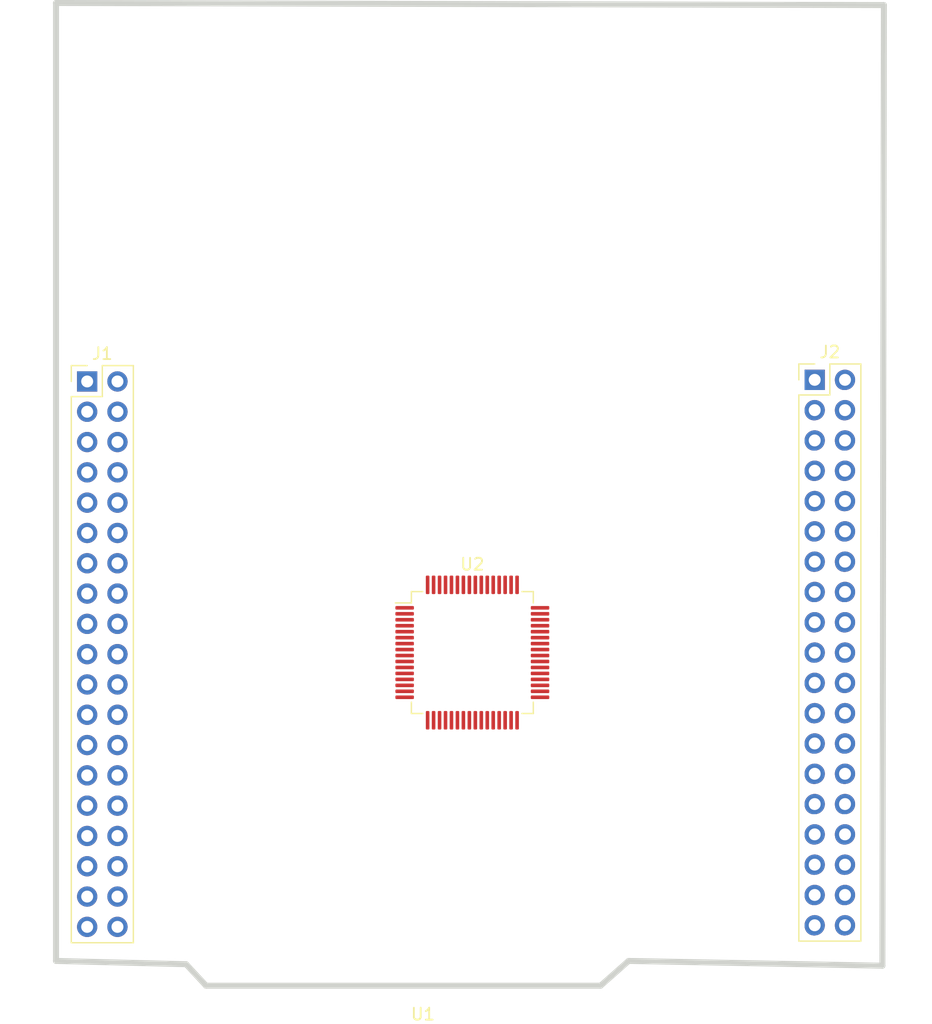
<source format=kicad_pcb>
(kicad_pcb (version 20171130) (host pcbnew 5.1.5)

  (general
    (thickness 1.6)
    (drawings 8)
    (tracks 0)
    (zones 0)
    (modules 4)
    (nets 217)
  )

  (page A4)
  (layers
    (0 F.Cu signal)
    (31 B.Cu signal)
    (32 B.Adhes user)
    (33 F.Adhes user)
    (34 B.Paste user)
    (35 F.Paste user)
    (36 B.SilkS user)
    (37 F.SilkS user)
    (38 B.Mask user)
    (39 F.Mask user)
    (40 Dwgs.User user)
    (41 Cmts.User user)
    (42 Eco1.User user)
    (43 Eco2.User user)
    (44 Edge.Cuts user)
    (45 Margin user)
    (46 B.CrtYd user)
    (47 F.CrtYd user)
    (48 B.Fab user)
    (49 F.Fab user)
  )

  (setup
    (last_trace_width 0.25)
    (trace_clearance 0.2)
    (zone_clearance 0.508)
    (zone_45_only no)
    (trace_min 0.2)
    (via_size 0.8)
    (via_drill 0.4)
    (via_min_size 0.4)
    (via_min_drill 0.3)
    (uvia_size 0.3)
    (uvia_drill 0.1)
    (uvias_allowed no)
    (uvia_min_size 0.2)
    (uvia_min_drill 0.1)
    (edge_width 0.5)
    (segment_width 0.2)
    (pcb_text_width 0.3)
    (pcb_text_size 1.5 1.5)
    (mod_edge_width 0.12)
    (mod_text_size 1 1)
    (mod_text_width 0.15)
    (pad_size 1.524 1.524)
    (pad_drill 0.762)
    (pad_to_mask_clearance 0.051)
    (solder_mask_min_width 0.25)
    (aux_axis_origin 0 0)
    (visible_elements FFFFFF7F)
    (pcbplotparams
      (layerselection 0x010fc_ffffffff)
      (usegerberextensions false)
      (usegerberattributes false)
      (usegerberadvancedattributes false)
      (creategerberjobfile false)
      (excludeedgelayer true)
      (linewidth 0.100000)
      (plotframeref false)
      (viasonmask false)
      (mode 1)
      (useauxorigin false)
      (hpglpennumber 1)
      (hpglpenspeed 20)
      (hpglpendiameter 15.000000)
      (psnegative false)
      (psa4output false)
      (plotreference true)
      (plotvalue true)
      (plotinvisibletext false)
      (padsonsilk false)
      (subtractmaskfromsilk false)
      (outputformat 1)
      (mirror false)
      (drillshape 1)
      (scaleselection 1)
      (outputdirectory ""))
  )

  (net 0 "")
  (net 1 "Net-(J1-Pad1)")
  (net 2 "Net-(J1-Pad2)")
  (net 3 "Net-(J1-Pad3)")
  (net 4 "Net-(J1-Pad4)")
  (net 5 "Net-(J1-Pad5)")
  (net 6 "Net-(J1-Pad6)")
  (net 7 "Net-(J1-Pad7)")
  (net 8 "Net-(J1-Pad8)")
  (net 9 "Net-(J1-Pad9)")
  (net 10 "Net-(J1-Pad10)")
  (net 11 "Net-(J1-Pad11)")
  (net 12 "Net-(J1-Pad12)")
  (net 13 "Net-(J1-Pad13)")
  (net 14 "Net-(J1-Pad14)")
  (net 15 "Net-(J1-Pad15)")
  (net 16 "Net-(J1-Pad16)")
  (net 17 "Net-(J1-Pad17)")
  (net 18 "Net-(J1-Pad18)")
  (net 19 "Net-(J1-Pad19)")
  (net 20 "Net-(J1-Pad20)")
  (net 21 "Net-(J1-Pad21)")
  (net 22 "Net-(J1-Pad22)")
  (net 23 "Net-(J1-Pad23)")
  (net 24 "Net-(J1-Pad24)")
  (net 25 "Net-(J1-Pad25)")
  (net 26 "Net-(J1-Pad26)")
  (net 27 "Net-(J1-Pad27)")
  (net 28 "Net-(J1-Pad28)")
  (net 29 "Net-(J1-Pad29)")
  (net 30 "Net-(J1-Pad30)")
  (net 31 "Net-(J1-Pad31)")
  (net 32 "Net-(J1-Pad32)")
  (net 33 "Net-(J1-Pad33)")
  (net 34 "Net-(J1-Pad34)")
  (net 35 "Net-(J1-Pad35)")
  (net 36 "Net-(J1-Pad36)")
  (net 37 "Net-(J1-Pad37)")
  (net 38 "Net-(J1-Pad38)")
  (net 39 "Net-(J2-Pad38)")
  (net 40 "Net-(J2-Pad37)")
  (net 41 "Net-(J2-Pad36)")
  (net 42 "Net-(J2-Pad35)")
  (net 43 "Net-(J2-Pad34)")
  (net 44 "Net-(J2-Pad33)")
  (net 45 "Net-(J2-Pad32)")
  (net 46 "Net-(J2-Pad31)")
  (net 47 "Net-(J2-Pad30)")
  (net 48 "Net-(J2-Pad29)")
  (net 49 "Net-(J2-Pad28)")
  (net 50 "Net-(J2-Pad27)")
  (net 51 "Net-(J2-Pad26)")
  (net 52 "Net-(J2-Pad25)")
  (net 53 "Net-(J2-Pad24)")
  (net 54 "Net-(J2-Pad23)")
  (net 55 "Net-(J2-Pad22)")
  (net 56 "Net-(J2-Pad21)")
  (net 57 "Net-(J2-Pad20)")
  (net 58 "Net-(J2-Pad19)")
  (net 59 "Net-(J2-Pad18)")
  (net 60 "Net-(J2-Pad17)")
  (net 61 "Net-(J2-Pad16)")
  (net 62 "Net-(J2-Pad15)")
  (net 63 "Net-(J2-Pad14)")
  (net 64 "Net-(J2-Pad13)")
  (net 65 "Net-(J2-Pad12)")
  (net 66 "Net-(J2-Pad11)")
  (net 67 "Net-(J2-Pad10)")
  (net 68 "Net-(J2-Pad9)")
  (net 69 "Net-(J2-Pad8)")
  (net 70 "Net-(J2-Pad7)")
  (net 71 "Net-(J2-Pad6)")
  (net 72 "Net-(J2-Pad5)")
  (net 73 "Net-(J2-Pad4)")
  (net 74 "Net-(J2-Pad3)")
  (net 75 "Net-(J2-Pad2)")
  (net 76 "Net-(J2-Pad1)")
  (net 77 "Net-(U1-Pad37)")
  (net 78 "Net-(U1-Pad38)")
  (net 79 "Net-(U1-Pad76)")
  (net 80 "Net-(U1-Pad75)")
  (net 81 "Net-(U1-Pad74)")
  (net 82 "Net-(U1-Pad72)")
  (net 83 "Net-(U1-Pad70)")
  (net 84 "Net-(U1-Pad68)")
  (net 85 "Net-(U1-Pad66)")
  (net 86 "Net-(U1-Pad64)")
  (net 87 "Net-(U1-Pad62)")
  (net 88 "Net-(U1-Pad60)")
  (net 89 "Net-(U1-Pad58)")
  (net 90 "Net-(U1-Pad56)")
  (net 91 "Net-(U1-Pad54)")
  (net 92 "Net-(U1-Pad52)")
  (net 93 "Net-(U1-Pad50)")
  (net 94 "Net-(U1-Pad48)")
  (net 95 "Net-(U1-Pad46)")
  (net 96 "Net-(U1-Pad44)")
  (net 97 "Net-(U1-Pad42)")
  (net 98 "Net-(U1-Pad40)")
  (net 99 "Net-(U1-Pad73)")
  (net 100 "Net-(U1-Pad71)")
  (net 101 "Net-(U1-Pad69)")
  (net 102 "Net-(U1-Pad67)")
  (net 103 "Net-(U1-Pad65)")
  (net 104 "Net-(U1-Pad63)")
  (net 105 "Net-(U1-Pad61)")
  (net 106 "Net-(U1-Pad59)")
  (net 107 "Net-(U1-Pad57)")
  (net 108 "Net-(U1-Pad55)")
  (net 109 "Net-(U1-Pad53)")
  (net 110 "Net-(U1-Pad51)")
  (net 111 "Net-(U1-Pad49)")
  (net 112 "Net-(U1-Pad47)")
  (net 113 "Net-(U1-Pad45)")
  (net 114 "Net-(U1-Pad43)")
  (net 115 "Net-(U1-Pad41)")
  (net 116 "Net-(U1-Pad39)")
  (net 117 "Net-(U1-Pad35)")
  (net 118 "Net-(U1-Pad33)")
  (net 119 "Net-(U1-Pad31)")
  (net 120 "Net-(U1-Pad29)")
  (net 121 "Net-(U1-Pad27)")
  (net 122 "Net-(U1-Pad25)")
  (net 123 "Net-(U1-Pad23)")
  (net 124 "Net-(U1-Pad21)")
  (net 125 "Net-(U1-Pad19)")
  (net 126 "Net-(U1-Pad17)")
  (net 127 "Net-(U1-Pad15)")
  (net 128 "Net-(U1-Pad13)")
  (net 129 "Net-(U1-Pad11)")
  (net 130 "Net-(U1-Pad9)")
  (net 131 "Net-(U1-Pad7)")
  (net 132 "Net-(U1-Pad5)")
  (net 133 "Net-(U1-Pad3)")
  (net 134 "Net-(U1-Pad1)")
  (net 135 "Net-(U1-Pad36)")
  (net 136 "Net-(U1-Pad34)")
  (net 137 "Net-(U1-Pad32)")
  (net 138 "Net-(U1-Pad30)")
  (net 139 "Net-(U1-Pad28)")
  (net 140 "Net-(U1-Pad26)")
  (net 141 "Net-(U1-Pad24)")
  (net 142 "Net-(U1-Pad22)")
  (net 143 "Net-(U1-Pad20)")
  (net 144 "Net-(U1-Pad18)")
  (net 145 "Net-(U1-Pad16)")
  (net 146 "Net-(U1-Pad14)")
  (net 147 "Net-(U1-Pad12)")
  (net 148 "Net-(U1-Pad10)")
  (net 149 "Net-(U1-Pad8)")
  (net 150 "Net-(U1-Pad6)")
  (net 151 "Net-(U1-Pad4)")
  (net 152 "Net-(U1-Pad2)")
  (net 153 "Net-(U2-Pad1)")
  (net 154 "Net-(U2-Pad2)")
  (net 155 "Net-(U2-Pad3)")
  (net 156 "Net-(U2-Pad4)")
  (net 157 "Net-(U2-Pad5)")
  (net 158 "Net-(U2-Pad6)")
  (net 159 "Net-(U2-Pad7)")
  (net 160 "Net-(U2-Pad8)")
  (net 161 "Net-(U2-Pad9)")
  (net 162 "Net-(U2-Pad10)")
  (net 163 "Net-(U2-Pad11)")
  (net 164 "Net-(U2-Pad12)")
  (net 165 "Net-(U2-Pad13)")
  (net 166 "Net-(U2-Pad14)")
  (net 167 "Net-(U2-Pad15)")
  (net 168 "Net-(U2-Pad16)")
  (net 169 "Net-(U2-Pad17)")
  (net 170 "Net-(U2-Pad18)")
  (net 171 "Net-(U2-Pad19)")
  (net 172 "Net-(U2-Pad20)")
  (net 173 "Net-(U2-Pad21)")
  (net 174 "Net-(U2-Pad22)")
  (net 175 "Net-(U2-Pad23)")
  (net 176 "Net-(U2-Pad24)")
  (net 177 "Net-(U2-Pad25)")
  (net 178 "Net-(U2-Pad26)")
  (net 179 "Net-(U2-Pad27)")
  (net 180 "Net-(U2-Pad28)")
  (net 181 "Net-(U2-Pad29)")
  (net 182 "Net-(U2-Pad30)")
  (net 183 "Net-(U2-Pad31)")
  (net 184 "Net-(U2-Pad32)")
  (net 185 "Net-(U2-Pad33)")
  (net 186 "Net-(U2-Pad34)")
  (net 187 "Net-(U2-Pad35)")
  (net 188 "Net-(U2-Pad36)")
  (net 189 "Net-(U2-Pad37)")
  (net 190 "Net-(U2-Pad38)")
  (net 191 "Net-(U2-Pad39)")
  (net 192 "Net-(U2-Pad40)")
  (net 193 "Net-(U2-Pad41)")
  (net 194 "Net-(U2-Pad42)")
  (net 195 "Net-(U2-Pad43)")
  (net 196 "Net-(U2-Pad44)")
  (net 197 "Net-(U2-Pad45)")
  (net 198 "Net-(U2-Pad46)")
  (net 199 "Net-(U2-Pad47)")
  (net 200 "Net-(U2-Pad48)")
  (net 201 "Net-(U2-Pad49)")
  (net 202 "Net-(U2-Pad50)")
  (net 203 "Net-(U2-Pad51)")
  (net 204 "Net-(U2-Pad52)")
  (net 205 "Net-(U2-Pad53)")
  (net 206 "Net-(U2-Pad54)")
  (net 207 "Net-(U2-Pad55)")
  (net 208 "Net-(U2-Pad56)")
  (net 209 "Net-(U2-Pad57)")
  (net 210 "Net-(U2-Pad58)")
  (net 211 "Net-(U2-Pad59)")
  (net 212 "Net-(U2-Pad60)")
  (net 213 "Net-(U2-Pad61)")
  (net 214 "Net-(U2-Pad62)")
  (net 215 "Net-(U2-Pad63)")
  (net 216 "Net-(U2-Pad64)")

  (net_class Default "This is the default net class."
    (clearance 0.2)
    (trace_width 0.25)
    (via_dia 0.8)
    (via_drill 0.4)
    (uvia_dia 0.3)
    (uvia_drill 0.1)
    (add_net "Net-(J1-Pad1)")
    (add_net "Net-(J1-Pad10)")
    (add_net "Net-(J1-Pad11)")
    (add_net "Net-(J1-Pad12)")
    (add_net "Net-(J1-Pad13)")
    (add_net "Net-(J1-Pad14)")
    (add_net "Net-(J1-Pad15)")
    (add_net "Net-(J1-Pad16)")
    (add_net "Net-(J1-Pad17)")
    (add_net "Net-(J1-Pad18)")
    (add_net "Net-(J1-Pad19)")
    (add_net "Net-(J1-Pad2)")
    (add_net "Net-(J1-Pad20)")
    (add_net "Net-(J1-Pad21)")
    (add_net "Net-(J1-Pad22)")
    (add_net "Net-(J1-Pad23)")
    (add_net "Net-(J1-Pad24)")
    (add_net "Net-(J1-Pad25)")
    (add_net "Net-(J1-Pad26)")
    (add_net "Net-(J1-Pad27)")
    (add_net "Net-(J1-Pad28)")
    (add_net "Net-(J1-Pad29)")
    (add_net "Net-(J1-Pad3)")
    (add_net "Net-(J1-Pad30)")
    (add_net "Net-(J1-Pad31)")
    (add_net "Net-(J1-Pad32)")
    (add_net "Net-(J1-Pad33)")
    (add_net "Net-(J1-Pad34)")
    (add_net "Net-(J1-Pad35)")
    (add_net "Net-(J1-Pad36)")
    (add_net "Net-(J1-Pad37)")
    (add_net "Net-(J1-Pad38)")
    (add_net "Net-(J1-Pad4)")
    (add_net "Net-(J1-Pad5)")
    (add_net "Net-(J1-Pad6)")
    (add_net "Net-(J1-Pad7)")
    (add_net "Net-(J1-Pad8)")
    (add_net "Net-(J1-Pad9)")
    (add_net "Net-(J2-Pad1)")
    (add_net "Net-(J2-Pad10)")
    (add_net "Net-(J2-Pad11)")
    (add_net "Net-(J2-Pad12)")
    (add_net "Net-(J2-Pad13)")
    (add_net "Net-(J2-Pad14)")
    (add_net "Net-(J2-Pad15)")
    (add_net "Net-(J2-Pad16)")
    (add_net "Net-(J2-Pad17)")
    (add_net "Net-(J2-Pad18)")
    (add_net "Net-(J2-Pad19)")
    (add_net "Net-(J2-Pad2)")
    (add_net "Net-(J2-Pad20)")
    (add_net "Net-(J2-Pad21)")
    (add_net "Net-(J2-Pad22)")
    (add_net "Net-(J2-Pad23)")
    (add_net "Net-(J2-Pad24)")
    (add_net "Net-(J2-Pad25)")
    (add_net "Net-(J2-Pad26)")
    (add_net "Net-(J2-Pad27)")
    (add_net "Net-(J2-Pad28)")
    (add_net "Net-(J2-Pad29)")
    (add_net "Net-(J2-Pad3)")
    (add_net "Net-(J2-Pad30)")
    (add_net "Net-(J2-Pad31)")
    (add_net "Net-(J2-Pad32)")
    (add_net "Net-(J2-Pad33)")
    (add_net "Net-(J2-Pad34)")
    (add_net "Net-(J2-Pad35)")
    (add_net "Net-(J2-Pad36)")
    (add_net "Net-(J2-Pad37)")
    (add_net "Net-(J2-Pad38)")
    (add_net "Net-(J2-Pad4)")
    (add_net "Net-(J2-Pad5)")
    (add_net "Net-(J2-Pad6)")
    (add_net "Net-(J2-Pad7)")
    (add_net "Net-(J2-Pad8)")
    (add_net "Net-(J2-Pad9)")
    (add_net "Net-(U1-Pad1)")
    (add_net "Net-(U1-Pad10)")
    (add_net "Net-(U1-Pad11)")
    (add_net "Net-(U1-Pad12)")
    (add_net "Net-(U1-Pad13)")
    (add_net "Net-(U1-Pad14)")
    (add_net "Net-(U1-Pad15)")
    (add_net "Net-(U1-Pad16)")
    (add_net "Net-(U1-Pad17)")
    (add_net "Net-(U1-Pad18)")
    (add_net "Net-(U1-Pad19)")
    (add_net "Net-(U1-Pad2)")
    (add_net "Net-(U1-Pad20)")
    (add_net "Net-(U1-Pad21)")
    (add_net "Net-(U1-Pad22)")
    (add_net "Net-(U1-Pad23)")
    (add_net "Net-(U1-Pad24)")
    (add_net "Net-(U1-Pad25)")
    (add_net "Net-(U1-Pad26)")
    (add_net "Net-(U1-Pad27)")
    (add_net "Net-(U1-Pad28)")
    (add_net "Net-(U1-Pad29)")
    (add_net "Net-(U1-Pad3)")
    (add_net "Net-(U1-Pad30)")
    (add_net "Net-(U1-Pad31)")
    (add_net "Net-(U1-Pad32)")
    (add_net "Net-(U1-Pad33)")
    (add_net "Net-(U1-Pad34)")
    (add_net "Net-(U1-Pad35)")
    (add_net "Net-(U1-Pad36)")
    (add_net "Net-(U1-Pad37)")
    (add_net "Net-(U1-Pad38)")
    (add_net "Net-(U1-Pad39)")
    (add_net "Net-(U1-Pad4)")
    (add_net "Net-(U1-Pad40)")
    (add_net "Net-(U1-Pad41)")
    (add_net "Net-(U1-Pad42)")
    (add_net "Net-(U1-Pad43)")
    (add_net "Net-(U1-Pad44)")
    (add_net "Net-(U1-Pad45)")
    (add_net "Net-(U1-Pad46)")
    (add_net "Net-(U1-Pad47)")
    (add_net "Net-(U1-Pad48)")
    (add_net "Net-(U1-Pad49)")
    (add_net "Net-(U1-Pad5)")
    (add_net "Net-(U1-Pad50)")
    (add_net "Net-(U1-Pad51)")
    (add_net "Net-(U1-Pad52)")
    (add_net "Net-(U1-Pad53)")
    (add_net "Net-(U1-Pad54)")
    (add_net "Net-(U1-Pad55)")
    (add_net "Net-(U1-Pad56)")
    (add_net "Net-(U1-Pad57)")
    (add_net "Net-(U1-Pad58)")
    (add_net "Net-(U1-Pad59)")
    (add_net "Net-(U1-Pad6)")
    (add_net "Net-(U1-Pad60)")
    (add_net "Net-(U1-Pad61)")
    (add_net "Net-(U1-Pad62)")
    (add_net "Net-(U1-Pad63)")
    (add_net "Net-(U1-Pad64)")
    (add_net "Net-(U1-Pad65)")
    (add_net "Net-(U1-Pad66)")
    (add_net "Net-(U1-Pad67)")
    (add_net "Net-(U1-Pad68)")
    (add_net "Net-(U1-Pad69)")
    (add_net "Net-(U1-Pad7)")
    (add_net "Net-(U1-Pad70)")
    (add_net "Net-(U1-Pad71)")
    (add_net "Net-(U1-Pad72)")
    (add_net "Net-(U1-Pad73)")
    (add_net "Net-(U1-Pad74)")
    (add_net "Net-(U1-Pad75)")
    (add_net "Net-(U1-Pad76)")
    (add_net "Net-(U1-Pad8)")
    (add_net "Net-(U1-Pad9)")
    (add_net "Net-(U2-Pad1)")
    (add_net "Net-(U2-Pad10)")
    (add_net "Net-(U2-Pad11)")
    (add_net "Net-(U2-Pad12)")
    (add_net "Net-(U2-Pad13)")
    (add_net "Net-(U2-Pad14)")
    (add_net "Net-(U2-Pad15)")
    (add_net "Net-(U2-Pad16)")
    (add_net "Net-(U2-Pad17)")
    (add_net "Net-(U2-Pad18)")
    (add_net "Net-(U2-Pad19)")
    (add_net "Net-(U2-Pad2)")
    (add_net "Net-(U2-Pad20)")
    (add_net "Net-(U2-Pad21)")
    (add_net "Net-(U2-Pad22)")
    (add_net "Net-(U2-Pad23)")
    (add_net "Net-(U2-Pad24)")
    (add_net "Net-(U2-Pad25)")
    (add_net "Net-(U2-Pad26)")
    (add_net "Net-(U2-Pad27)")
    (add_net "Net-(U2-Pad28)")
    (add_net "Net-(U2-Pad29)")
    (add_net "Net-(U2-Pad3)")
    (add_net "Net-(U2-Pad30)")
    (add_net "Net-(U2-Pad31)")
    (add_net "Net-(U2-Pad32)")
    (add_net "Net-(U2-Pad33)")
    (add_net "Net-(U2-Pad34)")
    (add_net "Net-(U2-Pad35)")
    (add_net "Net-(U2-Pad36)")
    (add_net "Net-(U2-Pad37)")
    (add_net "Net-(U2-Pad38)")
    (add_net "Net-(U2-Pad39)")
    (add_net "Net-(U2-Pad4)")
    (add_net "Net-(U2-Pad40)")
    (add_net "Net-(U2-Pad41)")
    (add_net "Net-(U2-Pad42)")
    (add_net "Net-(U2-Pad43)")
    (add_net "Net-(U2-Pad44)")
    (add_net "Net-(U2-Pad45)")
    (add_net "Net-(U2-Pad46)")
    (add_net "Net-(U2-Pad47)")
    (add_net "Net-(U2-Pad48)")
    (add_net "Net-(U2-Pad49)")
    (add_net "Net-(U2-Pad5)")
    (add_net "Net-(U2-Pad50)")
    (add_net "Net-(U2-Pad51)")
    (add_net "Net-(U2-Pad52)")
    (add_net "Net-(U2-Pad53)")
    (add_net "Net-(U2-Pad54)")
    (add_net "Net-(U2-Pad55)")
    (add_net "Net-(U2-Pad56)")
    (add_net "Net-(U2-Pad57)")
    (add_net "Net-(U2-Pad58)")
    (add_net "Net-(U2-Pad59)")
    (add_net "Net-(U2-Pad6)")
    (add_net "Net-(U2-Pad60)")
    (add_net "Net-(U2-Pad61)")
    (add_net "Net-(U2-Pad62)")
    (add_net "Net-(U2-Pad63)")
    (add_net "Net-(U2-Pad64)")
    (add_net "Net-(U2-Pad7)")
    (add_net "Net-(U2-Pad8)")
    (add_net "Net-(U2-Pad9)")
  )

  (module Connector_PinHeader_2.54mm:PinHeader_2x19_P2.54mm_Vertical (layer F.Cu) (tedit 59FED5CC) (tstamp 5E1C5AE8)
    (at 112.66 93.75)
    (descr "Through hole straight pin header, 2x19, 2.54mm pitch, double rows")
    (tags "Through hole pin header THT 2x19 2.54mm double row")
    (path /5E1C2629)
    (fp_text reference J1 (at 1.27 -2.33) (layer F.SilkS)
      (effects (font (size 1 1) (thickness 0.15)))
    )
    (fp_text value Conn_02x19_Odd_Even (at 1.27 48.05) (layer F.Fab)
      (effects (font (size 1 1) (thickness 0.15)))
    )
    (fp_line (start 0 -1.27) (end 3.81 -1.27) (layer F.Fab) (width 0.1))
    (fp_line (start 3.81 -1.27) (end 3.81 46.99) (layer F.Fab) (width 0.1))
    (fp_line (start 3.81 46.99) (end -1.27 46.99) (layer F.Fab) (width 0.1))
    (fp_line (start -1.27 46.99) (end -1.27 0) (layer F.Fab) (width 0.1))
    (fp_line (start -1.27 0) (end 0 -1.27) (layer F.Fab) (width 0.1))
    (fp_line (start -1.33 47.05) (end 3.87 47.05) (layer F.SilkS) (width 0.12))
    (fp_line (start -1.33 1.27) (end -1.33 47.05) (layer F.SilkS) (width 0.12))
    (fp_line (start 3.87 -1.33) (end 3.87 47.05) (layer F.SilkS) (width 0.12))
    (fp_line (start -1.33 1.27) (end 1.27 1.27) (layer F.SilkS) (width 0.12))
    (fp_line (start 1.27 1.27) (end 1.27 -1.33) (layer F.SilkS) (width 0.12))
    (fp_line (start 1.27 -1.33) (end 3.87 -1.33) (layer F.SilkS) (width 0.12))
    (fp_line (start -1.33 0) (end -1.33 -1.33) (layer F.SilkS) (width 0.12))
    (fp_line (start -1.33 -1.33) (end 0 -1.33) (layer F.SilkS) (width 0.12))
    (fp_line (start -1.8 -1.8) (end -1.8 47.5) (layer F.CrtYd) (width 0.05))
    (fp_line (start -1.8 47.5) (end 4.35 47.5) (layer F.CrtYd) (width 0.05))
    (fp_line (start 4.35 47.5) (end 4.35 -1.8) (layer F.CrtYd) (width 0.05))
    (fp_line (start 4.35 -1.8) (end -1.8 -1.8) (layer F.CrtYd) (width 0.05))
    (fp_text user %R (at 1.27 22.86 90) (layer F.Fab)
      (effects (font (size 1 1) (thickness 0.15)))
    )
    (pad 1 thru_hole rect (at 0 0) (size 1.7 1.7) (drill 1) (layers *.Cu *.Mask)
      (net 1 "Net-(J1-Pad1)"))
    (pad 2 thru_hole oval (at 2.54 0) (size 1.7 1.7) (drill 1) (layers *.Cu *.Mask)
      (net 2 "Net-(J1-Pad2)"))
    (pad 3 thru_hole oval (at 0 2.54) (size 1.7 1.7) (drill 1) (layers *.Cu *.Mask)
      (net 3 "Net-(J1-Pad3)"))
    (pad 4 thru_hole oval (at 2.54 2.54) (size 1.7 1.7) (drill 1) (layers *.Cu *.Mask)
      (net 4 "Net-(J1-Pad4)"))
    (pad 5 thru_hole oval (at 0 5.08) (size 1.7 1.7) (drill 1) (layers *.Cu *.Mask)
      (net 5 "Net-(J1-Pad5)"))
    (pad 6 thru_hole oval (at 2.54 5.08) (size 1.7 1.7) (drill 1) (layers *.Cu *.Mask)
      (net 6 "Net-(J1-Pad6)"))
    (pad 7 thru_hole oval (at 0 7.62) (size 1.7 1.7) (drill 1) (layers *.Cu *.Mask)
      (net 7 "Net-(J1-Pad7)"))
    (pad 8 thru_hole oval (at 2.54 7.62) (size 1.7 1.7) (drill 1) (layers *.Cu *.Mask)
      (net 8 "Net-(J1-Pad8)"))
    (pad 9 thru_hole oval (at 0 10.16) (size 1.7 1.7) (drill 1) (layers *.Cu *.Mask)
      (net 9 "Net-(J1-Pad9)"))
    (pad 10 thru_hole oval (at 2.54 10.16) (size 1.7 1.7) (drill 1) (layers *.Cu *.Mask)
      (net 10 "Net-(J1-Pad10)"))
    (pad 11 thru_hole oval (at 0 12.7) (size 1.7 1.7) (drill 1) (layers *.Cu *.Mask)
      (net 11 "Net-(J1-Pad11)"))
    (pad 12 thru_hole oval (at 2.54 12.7) (size 1.7 1.7) (drill 1) (layers *.Cu *.Mask)
      (net 12 "Net-(J1-Pad12)"))
    (pad 13 thru_hole oval (at 0 15.24) (size 1.7 1.7) (drill 1) (layers *.Cu *.Mask)
      (net 13 "Net-(J1-Pad13)"))
    (pad 14 thru_hole oval (at 2.54 15.24) (size 1.7 1.7) (drill 1) (layers *.Cu *.Mask)
      (net 14 "Net-(J1-Pad14)"))
    (pad 15 thru_hole oval (at 0 17.78) (size 1.7 1.7) (drill 1) (layers *.Cu *.Mask)
      (net 15 "Net-(J1-Pad15)"))
    (pad 16 thru_hole oval (at 2.54 17.78) (size 1.7 1.7) (drill 1) (layers *.Cu *.Mask)
      (net 16 "Net-(J1-Pad16)"))
    (pad 17 thru_hole oval (at 0 20.32) (size 1.7 1.7) (drill 1) (layers *.Cu *.Mask)
      (net 17 "Net-(J1-Pad17)"))
    (pad 18 thru_hole oval (at 2.54 20.32) (size 1.7 1.7) (drill 1) (layers *.Cu *.Mask)
      (net 18 "Net-(J1-Pad18)"))
    (pad 19 thru_hole oval (at 0 22.86) (size 1.7 1.7) (drill 1) (layers *.Cu *.Mask)
      (net 19 "Net-(J1-Pad19)"))
    (pad 20 thru_hole oval (at 2.54 22.86) (size 1.7 1.7) (drill 1) (layers *.Cu *.Mask)
      (net 20 "Net-(J1-Pad20)"))
    (pad 21 thru_hole oval (at 0 25.4) (size 1.7 1.7) (drill 1) (layers *.Cu *.Mask)
      (net 21 "Net-(J1-Pad21)"))
    (pad 22 thru_hole oval (at 2.54 25.4) (size 1.7 1.7) (drill 1) (layers *.Cu *.Mask)
      (net 22 "Net-(J1-Pad22)"))
    (pad 23 thru_hole oval (at 0 27.94) (size 1.7 1.7) (drill 1) (layers *.Cu *.Mask)
      (net 23 "Net-(J1-Pad23)"))
    (pad 24 thru_hole oval (at 2.54 27.94) (size 1.7 1.7) (drill 1) (layers *.Cu *.Mask)
      (net 24 "Net-(J1-Pad24)"))
    (pad 25 thru_hole oval (at 0 30.48) (size 1.7 1.7) (drill 1) (layers *.Cu *.Mask)
      (net 25 "Net-(J1-Pad25)"))
    (pad 26 thru_hole oval (at 2.54 30.48) (size 1.7 1.7) (drill 1) (layers *.Cu *.Mask)
      (net 26 "Net-(J1-Pad26)"))
    (pad 27 thru_hole oval (at 0 33.02) (size 1.7 1.7) (drill 1) (layers *.Cu *.Mask)
      (net 27 "Net-(J1-Pad27)"))
    (pad 28 thru_hole oval (at 2.54 33.02) (size 1.7 1.7) (drill 1) (layers *.Cu *.Mask)
      (net 28 "Net-(J1-Pad28)"))
    (pad 29 thru_hole oval (at 0 35.56) (size 1.7 1.7) (drill 1) (layers *.Cu *.Mask)
      (net 29 "Net-(J1-Pad29)"))
    (pad 30 thru_hole oval (at 2.54 35.56) (size 1.7 1.7) (drill 1) (layers *.Cu *.Mask)
      (net 30 "Net-(J1-Pad30)"))
    (pad 31 thru_hole oval (at 0 38.1) (size 1.7 1.7) (drill 1) (layers *.Cu *.Mask)
      (net 31 "Net-(J1-Pad31)"))
    (pad 32 thru_hole oval (at 2.54 38.1) (size 1.7 1.7) (drill 1) (layers *.Cu *.Mask)
      (net 32 "Net-(J1-Pad32)"))
    (pad 33 thru_hole oval (at 0 40.64) (size 1.7 1.7) (drill 1) (layers *.Cu *.Mask)
      (net 33 "Net-(J1-Pad33)"))
    (pad 34 thru_hole oval (at 2.54 40.64) (size 1.7 1.7) (drill 1) (layers *.Cu *.Mask)
      (net 34 "Net-(J1-Pad34)"))
    (pad 35 thru_hole oval (at 0 43.18) (size 1.7 1.7) (drill 1) (layers *.Cu *.Mask)
      (net 35 "Net-(J1-Pad35)"))
    (pad 36 thru_hole oval (at 2.54 43.18) (size 1.7 1.7) (drill 1) (layers *.Cu *.Mask)
      (net 36 "Net-(J1-Pad36)"))
    (pad 37 thru_hole oval (at 0 45.72) (size 1.7 1.7) (drill 1) (layers *.Cu *.Mask)
      (net 37 "Net-(J1-Pad37)"))
    (pad 38 thru_hole oval (at 2.54 45.72) (size 1.7 1.7) (drill 1) (layers *.Cu *.Mask)
      (net 38 "Net-(J1-Pad38)"))
    (model ${KISYS3DMOD}/Connector_PinHeader_2.54mm.3dshapes/PinHeader_2x19_P2.54mm_Vertical.wrl
      (at (xyz 0 0 0))
      (scale (xyz 1 1 1))
      (rotate (xyz 0 0 0))
    )
  )

  (module Connector_PinHeader_2.54mm:PinHeader_2x19_P2.54mm_Vertical (layer F.Cu) (tedit 59FED5CC) (tstamp 5E1C5B24)
    (at 173.65 93.615)
    (descr "Through hole straight pin header, 2x19, 2.54mm pitch, double rows")
    (tags "Through hole pin header THT 2x19 2.54mm double row")
    (path /5E1C45C1)
    (fp_text reference J2 (at 1.27 -2.33) (layer F.SilkS)
      (effects (font (size 1 1) (thickness 0.15)))
    )
    (fp_text value Conn_02x19_Odd_Even (at 1.27 48.05) (layer F.Fab)
      (effects (font (size 1 1) (thickness 0.15)))
    )
    (fp_text user %R (at 1.27 22.86 90) (layer F.Fab)
      (effects (font (size 1 1) (thickness 0.15)))
    )
    (fp_line (start 4.35 -1.8) (end -1.8 -1.8) (layer F.CrtYd) (width 0.05))
    (fp_line (start 4.35 47.5) (end 4.35 -1.8) (layer F.CrtYd) (width 0.05))
    (fp_line (start -1.8 47.5) (end 4.35 47.5) (layer F.CrtYd) (width 0.05))
    (fp_line (start -1.8 -1.8) (end -1.8 47.5) (layer F.CrtYd) (width 0.05))
    (fp_line (start -1.33 -1.33) (end 0 -1.33) (layer F.SilkS) (width 0.12))
    (fp_line (start -1.33 0) (end -1.33 -1.33) (layer F.SilkS) (width 0.12))
    (fp_line (start 1.27 -1.33) (end 3.87 -1.33) (layer F.SilkS) (width 0.12))
    (fp_line (start 1.27 1.27) (end 1.27 -1.33) (layer F.SilkS) (width 0.12))
    (fp_line (start -1.33 1.27) (end 1.27 1.27) (layer F.SilkS) (width 0.12))
    (fp_line (start 3.87 -1.33) (end 3.87 47.05) (layer F.SilkS) (width 0.12))
    (fp_line (start -1.33 1.27) (end -1.33 47.05) (layer F.SilkS) (width 0.12))
    (fp_line (start -1.33 47.05) (end 3.87 47.05) (layer F.SilkS) (width 0.12))
    (fp_line (start -1.27 0) (end 0 -1.27) (layer F.Fab) (width 0.1))
    (fp_line (start -1.27 46.99) (end -1.27 0) (layer F.Fab) (width 0.1))
    (fp_line (start 3.81 46.99) (end -1.27 46.99) (layer F.Fab) (width 0.1))
    (fp_line (start 3.81 -1.27) (end 3.81 46.99) (layer F.Fab) (width 0.1))
    (fp_line (start 0 -1.27) (end 3.81 -1.27) (layer F.Fab) (width 0.1))
    (pad 38 thru_hole oval (at 2.54 45.72) (size 1.7 1.7) (drill 1) (layers *.Cu *.Mask)
      (net 39 "Net-(J2-Pad38)"))
    (pad 37 thru_hole oval (at 0 45.72) (size 1.7 1.7) (drill 1) (layers *.Cu *.Mask)
      (net 40 "Net-(J2-Pad37)"))
    (pad 36 thru_hole oval (at 2.54 43.18) (size 1.7 1.7) (drill 1) (layers *.Cu *.Mask)
      (net 41 "Net-(J2-Pad36)"))
    (pad 35 thru_hole oval (at 0 43.18) (size 1.7 1.7) (drill 1) (layers *.Cu *.Mask)
      (net 42 "Net-(J2-Pad35)"))
    (pad 34 thru_hole oval (at 2.54 40.64) (size 1.7 1.7) (drill 1) (layers *.Cu *.Mask)
      (net 43 "Net-(J2-Pad34)"))
    (pad 33 thru_hole oval (at 0 40.64) (size 1.7 1.7) (drill 1) (layers *.Cu *.Mask)
      (net 44 "Net-(J2-Pad33)"))
    (pad 32 thru_hole oval (at 2.54 38.1) (size 1.7 1.7) (drill 1) (layers *.Cu *.Mask)
      (net 45 "Net-(J2-Pad32)"))
    (pad 31 thru_hole oval (at 0 38.1) (size 1.7 1.7) (drill 1) (layers *.Cu *.Mask)
      (net 46 "Net-(J2-Pad31)"))
    (pad 30 thru_hole oval (at 2.54 35.56) (size 1.7 1.7) (drill 1) (layers *.Cu *.Mask)
      (net 47 "Net-(J2-Pad30)"))
    (pad 29 thru_hole oval (at 0 35.56) (size 1.7 1.7) (drill 1) (layers *.Cu *.Mask)
      (net 48 "Net-(J2-Pad29)"))
    (pad 28 thru_hole oval (at 2.54 33.02) (size 1.7 1.7) (drill 1) (layers *.Cu *.Mask)
      (net 49 "Net-(J2-Pad28)"))
    (pad 27 thru_hole oval (at 0 33.02) (size 1.7 1.7) (drill 1) (layers *.Cu *.Mask)
      (net 50 "Net-(J2-Pad27)"))
    (pad 26 thru_hole oval (at 2.54 30.48) (size 1.7 1.7) (drill 1) (layers *.Cu *.Mask)
      (net 51 "Net-(J2-Pad26)"))
    (pad 25 thru_hole oval (at 0 30.48) (size 1.7 1.7) (drill 1) (layers *.Cu *.Mask)
      (net 52 "Net-(J2-Pad25)"))
    (pad 24 thru_hole oval (at 2.54 27.94) (size 1.7 1.7) (drill 1) (layers *.Cu *.Mask)
      (net 53 "Net-(J2-Pad24)"))
    (pad 23 thru_hole oval (at 0 27.94) (size 1.7 1.7) (drill 1) (layers *.Cu *.Mask)
      (net 54 "Net-(J2-Pad23)"))
    (pad 22 thru_hole oval (at 2.54 25.4) (size 1.7 1.7) (drill 1) (layers *.Cu *.Mask)
      (net 55 "Net-(J2-Pad22)"))
    (pad 21 thru_hole oval (at 0 25.4) (size 1.7 1.7) (drill 1) (layers *.Cu *.Mask)
      (net 56 "Net-(J2-Pad21)"))
    (pad 20 thru_hole oval (at 2.54 22.86) (size 1.7 1.7) (drill 1) (layers *.Cu *.Mask)
      (net 57 "Net-(J2-Pad20)"))
    (pad 19 thru_hole oval (at 0 22.86) (size 1.7 1.7) (drill 1) (layers *.Cu *.Mask)
      (net 58 "Net-(J2-Pad19)"))
    (pad 18 thru_hole oval (at 2.54 20.32) (size 1.7 1.7) (drill 1) (layers *.Cu *.Mask)
      (net 59 "Net-(J2-Pad18)"))
    (pad 17 thru_hole oval (at 0 20.32) (size 1.7 1.7) (drill 1) (layers *.Cu *.Mask)
      (net 60 "Net-(J2-Pad17)"))
    (pad 16 thru_hole oval (at 2.54 17.78) (size 1.7 1.7) (drill 1) (layers *.Cu *.Mask)
      (net 61 "Net-(J2-Pad16)"))
    (pad 15 thru_hole oval (at 0 17.78) (size 1.7 1.7) (drill 1) (layers *.Cu *.Mask)
      (net 62 "Net-(J2-Pad15)"))
    (pad 14 thru_hole oval (at 2.54 15.24) (size 1.7 1.7) (drill 1) (layers *.Cu *.Mask)
      (net 63 "Net-(J2-Pad14)"))
    (pad 13 thru_hole oval (at 0 15.24) (size 1.7 1.7) (drill 1) (layers *.Cu *.Mask)
      (net 64 "Net-(J2-Pad13)"))
    (pad 12 thru_hole oval (at 2.54 12.7) (size 1.7 1.7) (drill 1) (layers *.Cu *.Mask)
      (net 65 "Net-(J2-Pad12)"))
    (pad 11 thru_hole oval (at 0 12.7) (size 1.7 1.7) (drill 1) (layers *.Cu *.Mask)
      (net 66 "Net-(J2-Pad11)"))
    (pad 10 thru_hole oval (at 2.54 10.16) (size 1.7 1.7) (drill 1) (layers *.Cu *.Mask)
      (net 67 "Net-(J2-Pad10)"))
    (pad 9 thru_hole oval (at 0 10.16) (size 1.7 1.7) (drill 1) (layers *.Cu *.Mask)
      (net 68 "Net-(J2-Pad9)"))
    (pad 8 thru_hole oval (at 2.54 7.62) (size 1.7 1.7) (drill 1) (layers *.Cu *.Mask)
      (net 69 "Net-(J2-Pad8)"))
    (pad 7 thru_hole oval (at 0 7.62) (size 1.7 1.7) (drill 1) (layers *.Cu *.Mask)
      (net 70 "Net-(J2-Pad7)"))
    (pad 6 thru_hole oval (at 2.54 5.08) (size 1.7 1.7) (drill 1) (layers *.Cu *.Mask)
      (net 71 "Net-(J2-Pad6)"))
    (pad 5 thru_hole oval (at 0 5.08) (size 1.7 1.7) (drill 1) (layers *.Cu *.Mask)
      (net 72 "Net-(J2-Pad5)"))
    (pad 4 thru_hole oval (at 2.54 2.54) (size 1.7 1.7) (drill 1) (layers *.Cu *.Mask)
      (net 73 "Net-(J2-Pad4)"))
    (pad 3 thru_hole oval (at 0 2.54) (size 1.7 1.7) (drill 1) (layers *.Cu *.Mask)
      (net 74 "Net-(J2-Pad3)"))
    (pad 2 thru_hole oval (at 2.54 0) (size 1.7 1.7) (drill 1) (layers *.Cu *.Mask)
      (net 75 "Net-(J2-Pad2)"))
    (pad 1 thru_hole rect (at 0 0) (size 1.7 1.7) (drill 1) (layers *.Cu *.Mask)
      (net 76 "Net-(J2-Pad1)"))
    (model ${KISYS3DMOD}/Connector_PinHeader_2.54mm.3dshapes/PinHeader_2x19_P2.54mm_Vertical.wrl
      (at (xyz 0 0 0))
      (scale (xyz 1 1 1))
      (rotate (xyz 0 0 0))
    )
  )

  (module user:Nucleo-64 (layer F.Cu) (tedit 5CE1085B) (tstamp 5E1C5B85)
    (at 112.615001 139.425038)
    (path /5E1C0419)
    (fp_text reference U1 (at 28.194 7.366) (layer F.SilkS)
      (effects (font (size 1 1) (thickness 0.15)))
    )
    (fp_text value NUCLEO64-F411RE (at 30.25 -27.25) (layer F.Fab)
      (effects (font (size 1 1) (thickness 0.15)))
    )
    (fp_circle (center 40.64 2.54) (end 42.379483 2.54) (layer F.Fab) (width 0.15))
    (fp_line (start -2.54 3.04) (end 8.250074 3.04) (layer F.CrtYd) (width 0.15))
    (fp_line (start 8.25 3.05) (end 10.25 5.05) (layer F.CrtYd) (width 0.15))
    (fp_line (start 10.249976 5.04) (end 43.25 5.04) (layer F.CrtYd) (width 0.15))
    (fp_line (start 43.23 5.02) (end 45.25 3.05) (layer F.CrtYd) (width 0.15))
    (fp_line (start 45.249963 3.04) (end 66.750026 3.04) (layer F.CrtYd) (width 0.15))
    (fp_line (start 66.75 3) (end 66.75 -52) (layer F.CrtYd) (width 0.15))
    (fp_line (start 66.75 -52) (end 52 -52) (layer F.CrtYd) (width 0.15))
    (fp_line (start 52 -52) (end 52 -53) (layer F.CrtYd) (width 0.15))
    (fp_line (start 52 -53) (end 66.75 -53) (layer F.CrtYd) (width 0.15))
    (fp_line (start 66.75 -53) (end 66.75 -77.5) (layer F.CrtYd) (width 0.15))
    (fp_line (start 66.750011 -77.46) (end -2.54 -77.46) (layer F.CrtYd) (width 0.15))
    (fp_line (start -2.54 -77.500037) (end -2.54 -52.999968) (layer F.CrtYd) (width 0.15))
    (fp_line (start -2.5 -53) (end 12.75 -53) (layer F.CrtYd) (width 0.15))
    (fp_line (start 12.75 -53) (end 12.75 -52) (layer F.CrtYd) (width 0.15))
    (fp_line (start 12.7 -52) (end -2.54 -52) (layer F.CrtYd) (width 0.15))
    (fp_line (start -2.54 -52.000014) (end -2.54 3.000013) (layer F.CrtYd) (width 0.15))
    (pad 37 thru_hole circle (at 0 0) (size 1.524 1.524) (drill 0.762) (layers *.Cu *.Mask)
      (net 77 "Net-(U1-Pad37)"))
    (pad 38 thru_hole circle (at 2.54 0) (size 1.524 1.524) (drill 0.762) (layers *.Cu *.Mask)
      (net 78 "Net-(U1-Pad38)"))
    (pad 76 thru_hole circle (at 63.5 0) (size 1.524 1.524) (drill 0.762) (layers *.Cu *.Mask)
      (net 79 "Net-(U1-Pad76)"))
    (pad 75 thru_hole circle (at 60.96 0) (size 1.524 1.524) (drill 0.762) (layers *.Cu *.Mask)
      (net 80 "Net-(U1-Pad75)"))
    (pad 74 thru_hole circle (at 63.5 -2.54) (size 1.524 1.524) (drill 0.762) (layers *.Cu *.Mask)
      (net 81 "Net-(U1-Pad74)"))
    (pad 72 thru_hole circle (at 63.5 -5.08) (size 1.524 1.524) (drill 0.762) (layers *.Cu *.Mask)
      (net 82 "Net-(U1-Pad72)"))
    (pad 70 thru_hole circle (at 63.5 -7.62) (size 1.524 1.524) (drill 0.762) (layers *.Cu *.Mask)
      (net 83 "Net-(U1-Pad70)"))
    (pad 68 thru_hole circle (at 63.5 -10.16) (size 1.524 1.524) (drill 0.762) (layers *.Cu *.Mask)
      (net 84 "Net-(U1-Pad68)"))
    (pad 66 thru_hole circle (at 63.5 -12.7) (size 1.524 1.524) (drill 0.762) (layers *.Cu *.Mask)
      (net 85 "Net-(U1-Pad66)"))
    (pad 64 thru_hole circle (at 63.5 -15.24) (size 1.524 1.524) (drill 0.762) (layers *.Cu *.Mask)
      (net 86 "Net-(U1-Pad64)"))
    (pad 62 thru_hole circle (at 63.5 -17.78) (size 1.524 1.524) (drill 0.762) (layers *.Cu *.Mask)
      (net 87 "Net-(U1-Pad62)"))
    (pad 60 thru_hole circle (at 63.5 -20.32) (size 1.524 1.524) (drill 0.762) (layers *.Cu *.Mask)
      (net 88 "Net-(U1-Pad60)"))
    (pad 58 thru_hole circle (at 63.5 -22.86) (size 1.524 1.524) (drill 0.762) (layers *.Cu *.Mask)
      (net 89 "Net-(U1-Pad58)"))
    (pad 56 thru_hole circle (at 63.5 -25.4) (size 1.524 1.524) (drill 0.762) (layers *.Cu *.Mask)
      (net 90 "Net-(U1-Pad56)"))
    (pad 54 thru_hole circle (at 63.5 -27.94) (size 1.524 1.524) (drill 0.762) (layers *.Cu *.Mask)
      (net 91 "Net-(U1-Pad54)"))
    (pad 52 thru_hole circle (at 63.5 -30.48) (size 1.524 1.524) (drill 0.762) (layers *.Cu *.Mask)
      (net 92 "Net-(U1-Pad52)"))
    (pad 50 thru_hole circle (at 63.5 -33.02) (size 1.524 1.524) (drill 0.762) (layers *.Cu *.Mask)
      (net 93 "Net-(U1-Pad50)"))
    (pad 48 thru_hole circle (at 63.5 -35.56) (size 1.524 1.524) (drill 0.762) (layers *.Cu *.Mask)
      (net 94 "Net-(U1-Pad48)"))
    (pad 46 thru_hole circle (at 63.5 -38.1) (size 1.524 1.524) (drill 0.762) (layers *.Cu *.Mask)
      (net 95 "Net-(U1-Pad46)"))
    (pad 44 thru_hole circle (at 63.5 -40.64) (size 1.524 1.524) (drill 0.762) (layers *.Cu *.Mask)
      (net 96 "Net-(U1-Pad44)"))
    (pad 42 thru_hole circle (at 63.5 -43.18) (size 1.524 1.524) (drill 0.762) (layers *.Cu *.Mask)
      (net 97 "Net-(U1-Pad42)"))
    (pad 40 thru_hole circle (at 63.5 -45.72) (size 1.524 1.524) (drill 0.762) (layers *.Cu *.Mask)
      (net 98 "Net-(U1-Pad40)"))
    (pad 73 thru_hole circle (at 60.96 -2.54) (size 1.524 1.524) (drill 0.762) (layers *.Cu *.Mask)
      (net 99 "Net-(U1-Pad73)"))
    (pad 71 thru_hole circle (at 60.96 -5.08) (size 1.524 1.524) (drill 0.762) (layers *.Cu *.Mask)
      (net 100 "Net-(U1-Pad71)"))
    (pad 69 thru_hole circle (at 60.96 -7.62) (size 1.524 1.524) (drill 0.762) (layers *.Cu *.Mask)
      (net 101 "Net-(U1-Pad69)"))
    (pad 67 thru_hole circle (at 60.96 -10.16) (size 1.524 1.524) (drill 0.762) (layers *.Cu *.Mask)
      (net 102 "Net-(U1-Pad67)"))
    (pad 65 thru_hole circle (at 60.96 -12.7) (size 1.524 1.524) (drill 0.762) (layers *.Cu *.Mask)
      (net 103 "Net-(U1-Pad65)"))
    (pad 63 thru_hole circle (at 60.96 -15.24) (size 1.524 1.524) (drill 0.762) (layers *.Cu *.Mask)
      (net 104 "Net-(U1-Pad63)"))
    (pad 61 thru_hole circle (at 60.96 -17.78) (size 1.524 1.524) (drill 0.762) (layers *.Cu *.Mask)
      (net 105 "Net-(U1-Pad61)"))
    (pad 59 thru_hole circle (at 60.96 -20.32) (size 1.524 1.524) (drill 0.762) (layers *.Cu *.Mask)
      (net 106 "Net-(U1-Pad59)"))
    (pad 57 thru_hole circle (at 60.96 -22.86) (size 1.524 1.524) (drill 0.762) (layers *.Cu *.Mask)
      (net 107 "Net-(U1-Pad57)"))
    (pad 55 thru_hole circle (at 60.96 -25.4) (size 1.524 1.524) (drill 0.762) (layers *.Cu *.Mask)
      (net 108 "Net-(U1-Pad55)"))
    (pad 53 thru_hole circle (at 60.96 -27.94) (size 1.524 1.524) (drill 0.762) (layers *.Cu *.Mask)
      (net 109 "Net-(U1-Pad53)"))
    (pad 51 thru_hole circle (at 60.96 -30.48) (size 1.524 1.524) (drill 0.762) (layers *.Cu *.Mask)
      (net 110 "Net-(U1-Pad51)"))
    (pad 49 thru_hole circle (at 60.96 -33.02) (size 1.524 1.524) (drill 0.762) (layers *.Cu *.Mask)
      (net 111 "Net-(U1-Pad49)"))
    (pad 47 thru_hole circle (at 60.96 -35.56) (size 1.524 1.524) (drill 0.762) (layers *.Cu *.Mask)
      (net 112 "Net-(U1-Pad47)"))
    (pad 45 thru_hole circle (at 60.96 -38.1) (size 1.524 1.524) (drill 0.762) (layers *.Cu *.Mask)
      (net 113 "Net-(U1-Pad45)"))
    (pad 43 thru_hole circle (at 60.96 -40.64) (size 1.524 1.524) (drill 0.762) (layers *.Cu *.Mask)
      (net 114 "Net-(U1-Pad43)"))
    (pad 41 thru_hole circle (at 60.96 -43.18) (size 1.524 1.524) (drill 0.762) (layers *.Cu *.Mask)
      (net 115 "Net-(U1-Pad41)"))
    (pad 39 thru_hole rect (at 60.96 -45.72) (size 1.524 1.524) (drill 0.762) (layers *.Cu *.Mask)
      (net 116 "Net-(U1-Pad39)"))
    (pad 35 thru_hole circle (at 0 -2.54) (size 1.524 1.524) (drill 0.762) (layers *.Cu *.Mask)
      (net 117 "Net-(U1-Pad35)"))
    (pad 33 thru_hole circle (at 0 -5.08) (size 1.524 1.524) (drill 0.762) (layers *.Cu *.Mask)
      (net 118 "Net-(U1-Pad33)"))
    (pad 31 thru_hole circle (at 0 -7.62) (size 1.524 1.524) (drill 0.762) (layers *.Cu *.Mask)
      (net 119 "Net-(U1-Pad31)"))
    (pad 29 thru_hole circle (at 0 -10.16) (size 1.524 1.524) (drill 0.762) (layers *.Cu *.Mask)
      (net 120 "Net-(U1-Pad29)"))
    (pad 27 thru_hole circle (at 0 -12.7) (size 1.524 1.524) (drill 0.762) (layers *.Cu *.Mask)
      (net 121 "Net-(U1-Pad27)"))
    (pad 25 thru_hole circle (at 0 -15.24) (size 1.524 1.524) (drill 0.762) (layers *.Cu *.Mask)
      (net 122 "Net-(U1-Pad25)"))
    (pad 23 thru_hole circle (at 0 -17.78) (size 1.524 1.524) (drill 0.762) (layers *.Cu *.Mask)
      (net 123 "Net-(U1-Pad23)"))
    (pad 21 thru_hole circle (at 0 -20.32) (size 1.524 1.524) (drill 0.762) (layers *.Cu *.Mask)
      (net 124 "Net-(U1-Pad21)"))
    (pad 19 thru_hole circle (at 0 -22.86) (size 1.524 1.524) (drill 0.762) (layers *.Cu *.Mask)
      (net 125 "Net-(U1-Pad19)"))
    (pad 17 thru_hole circle (at 0 -25.4) (size 1.524 1.524) (drill 0.762) (layers *.Cu *.Mask)
      (net 126 "Net-(U1-Pad17)"))
    (pad 15 thru_hole circle (at 0 -27.94) (size 1.524 1.524) (drill 0.762) (layers *.Cu *.Mask)
      (net 127 "Net-(U1-Pad15)"))
    (pad 13 thru_hole circle (at 0 -30.48) (size 1.524 1.524) (drill 0.762) (layers *.Cu *.Mask)
      (net 128 "Net-(U1-Pad13)"))
    (pad 11 thru_hole circle (at 0 -33.02) (size 1.524 1.524) (drill 0.762) (layers *.Cu *.Mask)
      (net 129 "Net-(U1-Pad11)"))
    (pad 9 thru_hole circle (at 0 -35.56) (size 1.524 1.524) (drill 0.762) (layers *.Cu *.Mask)
      (net 130 "Net-(U1-Pad9)"))
    (pad 7 thru_hole circle (at 0 -38.1) (size 1.524 1.524) (drill 0.762) (layers *.Cu *.Mask)
      (net 131 "Net-(U1-Pad7)"))
    (pad 5 thru_hole circle (at 0 -40.64) (size 1.524 1.524) (drill 0.762) (layers *.Cu *.Mask)
      (net 132 "Net-(U1-Pad5)"))
    (pad 3 thru_hole circle (at 0 -43.18) (size 1.524 1.524) (drill 0.762) (layers *.Cu *.Mask)
      (net 133 "Net-(U1-Pad3)"))
    (pad 1 thru_hole rect (at 0 -45.72) (size 1.524 1.524) (drill 0.762) (layers *.Cu *.Mask)
      (net 134 "Net-(U1-Pad1)"))
    (pad 36 thru_hole circle (at 2.54 -2.54) (size 1.524 1.524) (drill 0.762) (layers *.Cu *.Mask)
      (net 135 "Net-(U1-Pad36)"))
    (pad 34 thru_hole circle (at 2.54 -5.08) (size 1.524 1.524) (drill 0.762) (layers *.Cu *.Mask)
      (net 136 "Net-(U1-Pad34)"))
    (pad 32 thru_hole circle (at 2.54 -7.62) (size 1.524 1.524) (drill 0.762) (layers *.Cu *.Mask)
      (net 137 "Net-(U1-Pad32)"))
    (pad 30 thru_hole circle (at 2.54 -10.16) (size 1.524 1.524) (drill 0.762) (layers *.Cu *.Mask)
      (net 138 "Net-(U1-Pad30)"))
    (pad 28 thru_hole circle (at 2.54 -12.7) (size 1.524 1.524) (drill 0.762) (layers *.Cu *.Mask)
      (net 139 "Net-(U1-Pad28)"))
    (pad 26 thru_hole circle (at 2.54 -15.24) (size 1.524 1.524) (drill 0.762) (layers *.Cu *.Mask)
      (net 140 "Net-(U1-Pad26)"))
    (pad 24 thru_hole circle (at 2.54 -17.78) (size 1.524 1.524) (drill 0.762) (layers *.Cu *.Mask)
      (net 141 "Net-(U1-Pad24)"))
    (pad 22 thru_hole circle (at 2.54 -20.32) (size 1.524 1.524) (drill 0.762) (layers *.Cu *.Mask)
      (net 142 "Net-(U1-Pad22)"))
    (pad 20 thru_hole circle (at 2.54 -22.86) (size 1.524 1.524) (drill 0.762) (layers *.Cu *.Mask)
      (net 143 "Net-(U1-Pad20)"))
    (pad 18 thru_hole circle (at 2.54 -25.4) (size 1.524 1.524) (drill 0.762) (layers *.Cu *.Mask)
      (net 144 "Net-(U1-Pad18)"))
    (pad 16 thru_hole circle (at 2.54 -27.94) (size 1.524 1.524) (drill 0.762) (layers *.Cu *.Mask)
      (net 145 "Net-(U1-Pad16)"))
    (pad 14 thru_hole circle (at 2.54 -30.48) (size 1.524 1.524) (drill 0.762) (layers *.Cu *.Mask)
      (net 146 "Net-(U1-Pad14)"))
    (pad 12 thru_hole circle (at 2.54 -33.02) (size 1.524 1.524) (drill 0.762) (layers *.Cu *.Mask)
      (net 147 "Net-(U1-Pad12)"))
    (pad 10 thru_hole circle (at 2.54 -35.56) (size 1.524 1.524) (drill 0.762) (layers *.Cu *.Mask)
      (net 148 "Net-(U1-Pad10)"))
    (pad 8 thru_hole circle (at 2.54 -38.1) (size 1.524 1.524) (drill 0.762) (layers *.Cu *.Mask)
      (net 149 "Net-(U1-Pad8)"))
    (pad 6 thru_hole circle (at 2.54 -40.64) (size 1.524 1.524) (drill 0.762) (layers *.Cu *.Mask)
      (net 150 "Net-(U1-Pad6)"))
    (pad 4 thru_hole circle (at 2.54 -43.18) (size 1.524 1.524) (drill 0.762) (layers *.Cu *.Mask)
      (net 151 "Net-(U1-Pad4)"))
    (pad 2 thru_hole circle (at 2.54 -45.72) (size 1.524 1.524) (drill 0.762) (layers *.Cu *.Mask)
      (net 152 "Net-(U1-Pad2)"))
    (model ${KIPRJMOD}/NUCLEO-F411RE.STEP
      (offset (xyz 40.5 -2.5 9))
      (scale (xyz 1 1 1))
      (rotate (xyz 0 0 0))
    )
  )

  (module Package_QFP:LQFP-64_10x10mm_P0.5mm (layer F.Cu) (tedit 5D9F72AF) (tstamp 5E1C6ACE)
    (at 144.95 116.475)
    (descr "LQFP, 64 Pin (https://www.analog.com/media/en/technical-documentation/data-sheets/ad7606_7606-6_7606-4.pdf), generated with kicad-footprint-generator ipc_gullwing_generator.py")
    (tags "LQFP QFP")
    (path /5E1CB79A)
    (attr smd)
    (fp_text reference U2 (at 0 -7.4) (layer F.SilkS)
      (effects (font (size 1 1) (thickness 0.15)))
    )
    (fp_text value STM32F401RETx (at 0 7.4) (layer F.Fab)
      (effects (font (size 1 1) (thickness 0.15)))
    )
    (fp_line (start 4.16 5.11) (end 5.11 5.11) (layer F.SilkS) (width 0.12))
    (fp_line (start 5.11 5.11) (end 5.11 4.16) (layer F.SilkS) (width 0.12))
    (fp_line (start -4.16 5.11) (end -5.11 5.11) (layer F.SilkS) (width 0.12))
    (fp_line (start -5.11 5.11) (end -5.11 4.16) (layer F.SilkS) (width 0.12))
    (fp_line (start 4.16 -5.11) (end 5.11 -5.11) (layer F.SilkS) (width 0.12))
    (fp_line (start 5.11 -5.11) (end 5.11 -4.16) (layer F.SilkS) (width 0.12))
    (fp_line (start -4.16 -5.11) (end -5.11 -5.11) (layer F.SilkS) (width 0.12))
    (fp_line (start -5.11 -5.11) (end -5.11 -4.16) (layer F.SilkS) (width 0.12))
    (fp_line (start -5.11 -4.16) (end -6.45 -4.16) (layer F.SilkS) (width 0.12))
    (fp_line (start -4 -5) (end 5 -5) (layer F.Fab) (width 0.1))
    (fp_line (start 5 -5) (end 5 5) (layer F.Fab) (width 0.1))
    (fp_line (start 5 5) (end -5 5) (layer F.Fab) (width 0.1))
    (fp_line (start -5 5) (end -5 -4) (layer F.Fab) (width 0.1))
    (fp_line (start -5 -4) (end -4 -5) (layer F.Fab) (width 0.1))
    (fp_line (start 0 -6.7) (end -4.15 -6.7) (layer F.CrtYd) (width 0.05))
    (fp_line (start -4.15 -6.7) (end -4.15 -5.25) (layer F.CrtYd) (width 0.05))
    (fp_line (start -4.15 -5.25) (end -5.25 -5.25) (layer F.CrtYd) (width 0.05))
    (fp_line (start -5.25 -5.25) (end -5.25 -4.15) (layer F.CrtYd) (width 0.05))
    (fp_line (start -5.25 -4.15) (end -6.7 -4.15) (layer F.CrtYd) (width 0.05))
    (fp_line (start -6.7 -4.15) (end -6.7 0) (layer F.CrtYd) (width 0.05))
    (fp_line (start 0 -6.7) (end 4.15 -6.7) (layer F.CrtYd) (width 0.05))
    (fp_line (start 4.15 -6.7) (end 4.15 -5.25) (layer F.CrtYd) (width 0.05))
    (fp_line (start 4.15 -5.25) (end 5.25 -5.25) (layer F.CrtYd) (width 0.05))
    (fp_line (start 5.25 -5.25) (end 5.25 -4.15) (layer F.CrtYd) (width 0.05))
    (fp_line (start 5.25 -4.15) (end 6.7 -4.15) (layer F.CrtYd) (width 0.05))
    (fp_line (start 6.7 -4.15) (end 6.7 0) (layer F.CrtYd) (width 0.05))
    (fp_line (start 0 6.7) (end -4.15 6.7) (layer F.CrtYd) (width 0.05))
    (fp_line (start -4.15 6.7) (end -4.15 5.25) (layer F.CrtYd) (width 0.05))
    (fp_line (start -4.15 5.25) (end -5.25 5.25) (layer F.CrtYd) (width 0.05))
    (fp_line (start -5.25 5.25) (end -5.25 4.15) (layer F.CrtYd) (width 0.05))
    (fp_line (start -5.25 4.15) (end -6.7 4.15) (layer F.CrtYd) (width 0.05))
    (fp_line (start -6.7 4.15) (end -6.7 0) (layer F.CrtYd) (width 0.05))
    (fp_line (start 0 6.7) (end 4.15 6.7) (layer F.CrtYd) (width 0.05))
    (fp_line (start 4.15 6.7) (end 4.15 5.25) (layer F.CrtYd) (width 0.05))
    (fp_line (start 4.15 5.25) (end 5.25 5.25) (layer F.CrtYd) (width 0.05))
    (fp_line (start 5.25 5.25) (end 5.25 4.15) (layer F.CrtYd) (width 0.05))
    (fp_line (start 5.25 4.15) (end 6.7 4.15) (layer F.CrtYd) (width 0.05))
    (fp_line (start 6.7 4.15) (end 6.7 0) (layer F.CrtYd) (width 0.05))
    (fp_text user %R (at 0 0) (layer F.Fab)
      (effects (font (size 1 1) (thickness 0.15)))
    )
    (pad 1 smd roundrect (at -5.675 -3.75) (size 1.55 0.3) (layers F.Cu F.Paste F.Mask) (roundrect_rratio 0.25)
      (net 153 "Net-(U2-Pad1)"))
    (pad 2 smd roundrect (at -5.675 -3.25) (size 1.55 0.3) (layers F.Cu F.Paste F.Mask) (roundrect_rratio 0.25)
      (net 154 "Net-(U2-Pad2)"))
    (pad 3 smd roundrect (at -5.675 -2.75) (size 1.55 0.3) (layers F.Cu F.Paste F.Mask) (roundrect_rratio 0.25)
      (net 155 "Net-(U2-Pad3)"))
    (pad 4 smd roundrect (at -5.675 -2.25) (size 1.55 0.3) (layers F.Cu F.Paste F.Mask) (roundrect_rratio 0.25)
      (net 156 "Net-(U2-Pad4)"))
    (pad 5 smd roundrect (at -5.675 -1.75) (size 1.55 0.3) (layers F.Cu F.Paste F.Mask) (roundrect_rratio 0.25)
      (net 157 "Net-(U2-Pad5)"))
    (pad 6 smd roundrect (at -5.675 -1.25) (size 1.55 0.3) (layers F.Cu F.Paste F.Mask) (roundrect_rratio 0.25)
      (net 158 "Net-(U2-Pad6)"))
    (pad 7 smd roundrect (at -5.675 -0.75) (size 1.55 0.3) (layers F.Cu F.Paste F.Mask) (roundrect_rratio 0.25)
      (net 159 "Net-(U2-Pad7)"))
    (pad 8 smd roundrect (at -5.675 -0.25) (size 1.55 0.3) (layers F.Cu F.Paste F.Mask) (roundrect_rratio 0.25)
      (net 160 "Net-(U2-Pad8)"))
    (pad 9 smd roundrect (at -5.675 0.25) (size 1.55 0.3) (layers F.Cu F.Paste F.Mask) (roundrect_rratio 0.25)
      (net 161 "Net-(U2-Pad9)"))
    (pad 10 smd roundrect (at -5.675 0.75) (size 1.55 0.3) (layers F.Cu F.Paste F.Mask) (roundrect_rratio 0.25)
      (net 162 "Net-(U2-Pad10)"))
    (pad 11 smd roundrect (at -5.675 1.25) (size 1.55 0.3) (layers F.Cu F.Paste F.Mask) (roundrect_rratio 0.25)
      (net 163 "Net-(U2-Pad11)"))
    (pad 12 smd roundrect (at -5.675 1.75) (size 1.55 0.3) (layers F.Cu F.Paste F.Mask) (roundrect_rratio 0.25)
      (net 164 "Net-(U2-Pad12)"))
    (pad 13 smd roundrect (at -5.675 2.25) (size 1.55 0.3) (layers F.Cu F.Paste F.Mask) (roundrect_rratio 0.25)
      (net 165 "Net-(U2-Pad13)"))
    (pad 14 smd roundrect (at -5.675 2.75) (size 1.55 0.3) (layers F.Cu F.Paste F.Mask) (roundrect_rratio 0.25)
      (net 166 "Net-(U2-Pad14)"))
    (pad 15 smd roundrect (at -5.675 3.25) (size 1.55 0.3) (layers F.Cu F.Paste F.Mask) (roundrect_rratio 0.25)
      (net 167 "Net-(U2-Pad15)"))
    (pad 16 smd roundrect (at -5.675 3.75) (size 1.55 0.3) (layers F.Cu F.Paste F.Mask) (roundrect_rratio 0.25)
      (net 168 "Net-(U2-Pad16)"))
    (pad 17 smd roundrect (at -3.75 5.675) (size 0.3 1.55) (layers F.Cu F.Paste F.Mask) (roundrect_rratio 0.25)
      (net 169 "Net-(U2-Pad17)"))
    (pad 18 smd roundrect (at -3.25 5.675) (size 0.3 1.55) (layers F.Cu F.Paste F.Mask) (roundrect_rratio 0.25)
      (net 170 "Net-(U2-Pad18)"))
    (pad 19 smd roundrect (at -2.75 5.675) (size 0.3 1.55) (layers F.Cu F.Paste F.Mask) (roundrect_rratio 0.25)
      (net 171 "Net-(U2-Pad19)"))
    (pad 20 smd roundrect (at -2.25 5.675) (size 0.3 1.55) (layers F.Cu F.Paste F.Mask) (roundrect_rratio 0.25)
      (net 172 "Net-(U2-Pad20)"))
    (pad 21 smd roundrect (at -1.75 5.675) (size 0.3 1.55) (layers F.Cu F.Paste F.Mask) (roundrect_rratio 0.25)
      (net 173 "Net-(U2-Pad21)"))
    (pad 22 smd roundrect (at -1.25 5.675) (size 0.3 1.55) (layers F.Cu F.Paste F.Mask) (roundrect_rratio 0.25)
      (net 174 "Net-(U2-Pad22)"))
    (pad 23 smd roundrect (at -0.75 5.675) (size 0.3 1.55) (layers F.Cu F.Paste F.Mask) (roundrect_rratio 0.25)
      (net 175 "Net-(U2-Pad23)"))
    (pad 24 smd roundrect (at -0.25 5.675) (size 0.3 1.55) (layers F.Cu F.Paste F.Mask) (roundrect_rratio 0.25)
      (net 176 "Net-(U2-Pad24)"))
    (pad 25 smd roundrect (at 0.25 5.675) (size 0.3 1.55) (layers F.Cu F.Paste F.Mask) (roundrect_rratio 0.25)
      (net 177 "Net-(U2-Pad25)"))
    (pad 26 smd roundrect (at 0.75 5.675) (size 0.3 1.55) (layers F.Cu F.Paste F.Mask) (roundrect_rratio 0.25)
      (net 178 "Net-(U2-Pad26)"))
    (pad 27 smd roundrect (at 1.25 5.675) (size 0.3 1.55) (layers F.Cu F.Paste F.Mask) (roundrect_rratio 0.25)
      (net 179 "Net-(U2-Pad27)"))
    (pad 28 smd roundrect (at 1.75 5.675) (size 0.3 1.55) (layers F.Cu F.Paste F.Mask) (roundrect_rratio 0.25)
      (net 180 "Net-(U2-Pad28)"))
    (pad 29 smd roundrect (at 2.25 5.675) (size 0.3 1.55) (layers F.Cu F.Paste F.Mask) (roundrect_rratio 0.25)
      (net 181 "Net-(U2-Pad29)"))
    (pad 30 smd roundrect (at 2.75 5.675) (size 0.3 1.55) (layers F.Cu F.Paste F.Mask) (roundrect_rratio 0.25)
      (net 182 "Net-(U2-Pad30)"))
    (pad 31 smd roundrect (at 3.25 5.675) (size 0.3 1.55) (layers F.Cu F.Paste F.Mask) (roundrect_rratio 0.25)
      (net 183 "Net-(U2-Pad31)"))
    (pad 32 smd roundrect (at 3.75 5.675) (size 0.3 1.55) (layers F.Cu F.Paste F.Mask) (roundrect_rratio 0.25)
      (net 184 "Net-(U2-Pad32)"))
    (pad 33 smd roundrect (at 5.675 3.75) (size 1.55 0.3) (layers F.Cu F.Paste F.Mask) (roundrect_rratio 0.25)
      (net 185 "Net-(U2-Pad33)"))
    (pad 34 smd roundrect (at 5.675 3.25) (size 1.55 0.3) (layers F.Cu F.Paste F.Mask) (roundrect_rratio 0.25)
      (net 186 "Net-(U2-Pad34)"))
    (pad 35 smd roundrect (at 5.675 2.75) (size 1.55 0.3) (layers F.Cu F.Paste F.Mask) (roundrect_rratio 0.25)
      (net 187 "Net-(U2-Pad35)"))
    (pad 36 smd roundrect (at 5.675 2.25) (size 1.55 0.3) (layers F.Cu F.Paste F.Mask) (roundrect_rratio 0.25)
      (net 188 "Net-(U2-Pad36)"))
    (pad 37 smd roundrect (at 5.675 1.75) (size 1.55 0.3) (layers F.Cu F.Paste F.Mask) (roundrect_rratio 0.25)
      (net 189 "Net-(U2-Pad37)"))
    (pad 38 smd roundrect (at 5.675 1.25) (size 1.55 0.3) (layers F.Cu F.Paste F.Mask) (roundrect_rratio 0.25)
      (net 190 "Net-(U2-Pad38)"))
    (pad 39 smd roundrect (at 5.675 0.75) (size 1.55 0.3) (layers F.Cu F.Paste F.Mask) (roundrect_rratio 0.25)
      (net 191 "Net-(U2-Pad39)"))
    (pad 40 smd roundrect (at 5.675 0.25) (size 1.55 0.3) (layers F.Cu F.Paste F.Mask) (roundrect_rratio 0.25)
      (net 192 "Net-(U2-Pad40)"))
    (pad 41 smd roundrect (at 5.675 -0.25) (size 1.55 0.3) (layers F.Cu F.Paste F.Mask) (roundrect_rratio 0.25)
      (net 193 "Net-(U2-Pad41)"))
    (pad 42 smd roundrect (at 5.675 -0.75) (size 1.55 0.3) (layers F.Cu F.Paste F.Mask) (roundrect_rratio 0.25)
      (net 194 "Net-(U2-Pad42)"))
    (pad 43 smd roundrect (at 5.675 -1.25) (size 1.55 0.3) (layers F.Cu F.Paste F.Mask) (roundrect_rratio 0.25)
      (net 195 "Net-(U2-Pad43)"))
    (pad 44 smd roundrect (at 5.675 -1.75) (size 1.55 0.3) (layers F.Cu F.Paste F.Mask) (roundrect_rratio 0.25)
      (net 196 "Net-(U2-Pad44)"))
    (pad 45 smd roundrect (at 5.675 -2.25) (size 1.55 0.3) (layers F.Cu F.Paste F.Mask) (roundrect_rratio 0.25)
      (net 197 "Net-(U2-Pad45)"))
    (pad 46 smd roundrect (at 5.675 -2.75) (size 1.55 0.3) (layers F.Cu F.Paste F.Mask) (roundrect_rratio 0.25)
      (net 198 "Net-(U2-Pad46)"))
    (pad 47 smd roundrect (at 5.675 -3.25) (size 1.55 0.3) (layers F.Cu F.Paste F.Mask) (roundrect_rratio 0.25)
      (net 199 "Net-(U2-Pad47)"))
    (pad 48 smd roundrect (at 5.675 -3.75) (size 1.55 0.3) (layers F.Cu F.Paste F.Mask) (roundrect_rratio 0.25)
      (net 200 "Net-(U2-Pad48)"))
    (pad 49 smd roundrect (at 3.75 -5.675) (size 0.3 1.55) (layers F.Cu F.Paste F.Mask) (roundrect_rratio 0.25)
      (net 201 "Net-(U2-Pad49)"))
    (pad 50 smd roundrect (at 3.25 -5.675) (size 0.3 1.55) (layers F.Cu F.Paste F.Mask) (roundrect_rratio 0.25)
      (net 202 "Net-(U2-Pad50)"))
    (pad 51 smd roundrect (at 2.75 -5.675) (size 0.3 1.55) (layers F.Cu F.Paste F.Mask) (roundrect_rratio 0.25)
      (net 203 "Net-(U2-Pad51)"))
    (pad 52 smd roundrect (at 2.25 -5.675) (size 0.3 1.55) (layers F.Cu F.Paste F.Mask) (roundrect_rratio 0.25)
      (net 204 "Net-(U2-Pad52)"))
    (pad 53 smd roundrect (at 1.75 -5.675) (size 0.3 1.55) (layers F.Cu F.Paste F.Mask) (roundrect_rratio 0.25)
      (net 205 "Net-(U2-Pad53)"))
    (pad 54 smd roundrect (at 1.25 -5.675) (size 0.3 1.55) (layers F.Cu F.Paste F.Mask) (roundrect_rratio 0.25)
      (net 206 "Net-(U2-Pad54)"))
    (pad 55 smd roundrect (at 0.75 -5.675) (size 0.3 1.55) (layers F.Cu F.Paste F.Mask) (roundrect_rratio 0.25)
      (net 207 "Net-(U2-Pad55)"))
    (pad 56 smd roundrect (at 0.25 -5.675) (size 0.3 1.55) (layers F.Cu F.Paste F.Mask) (roundrect_rratio 0.25)
      (net 208 "Net-(U2-Pad56)"))
    (pad 57 smd roundrect (at -0.25 -5.675) (size 0.3 1.55) (layers F.Cu F.Paste F.Mask) (roundrect_rratio 0.25)
      (net 209 "Net-(U2-Pad57)"))
    (pad 58 smd roundrect (at -0.75 -5.675) (size 0.3 1.55) (layers F.Cu F.Paste F.Mask) (roundrect_rratio 0.25)
      (net 210 "Net-(U2-Pad58)"))
    (pad 59 smd roundrect (at -1.25 -5.675) (size 0.3 1.55) (layers F.Cu F.Paste F.Mask) (roundrect_rratio 0.25)
      (net 211 "Net-(U2-Pad59)"))
    (pad 60 smd roundrect (at -1.75 -5.675) (size 0.3 1.55) (layers F.Cu F.Paste F.Mask) (roundrect_rratio 0.25)
      (net 212 "Net-(U2-Pad60)"))
    (pad 61 smd roundrect (at -2.25 -5.675) (size 0.3 1.55) (layers F.Cu F.Paste F.Mask) (roundrect_rratio 0.25)
      (net 213 "Net-(U2-Pad61)"))
    (pad 62 smd roundrect (at -2.75 -5.675) (size 0.3 1.55) (layers F.Cu F.Paste F.Mask) (roundrect_rratio 0.25)
      (net 214 "Net-(U2-Pad62)"))
    (pad 63 smd roundrect (at -3.25 -5.675) (size 0.3 1.55) (layers F.Cu F.Paste F.Mask) (roundrect_rratio 0.25)
      (net 215 "Net-(U2-Pad63)"))
    (pad 64 smd roundrect (at -3.75 -5.675) (size 0.3 1.55) (layers F.Cu F.Paste F.Mask) (roundrect_rratio 0.25)
      (net 216 "Net-(U2-Pad64)"))
    (model ${KISYS3DMOD}/Package_QFP.3dshapes/LQFP-64_10x10mm_P0.5mm.wrl
      (at (xyz 0 0 0))
      (scale (xyz 1 1 1))
      (rotate (xyz 0 0 0))
    )
  )

  (gr_line (start 110.05 142.325) (end 110.05 62.025) (layer Edge.Cuts) (width 0.5) (tstamp 5E1C673F))
  (gr_line (start 120.95 142.6) (end 110.05 142.325) (layer Edge.Cuts) (width 0.5))
  (gr_line (start 122.625 144.4) (end 120.95 142.6) (layer Edge.Cuts) (width 0.5))
  (gr_line (start 155.7 144.4) (end 122.625 144.4) (layer Edge.Cuts) (width 0.5))
  (gr_line (start 158.05 142.325) (end 155.7 144.4) (layer Edge.Cuts) (width 0.5))
  (gr_line (start 179.325 142.725) (end 158.05 142.325) (layer Edge.Cuts) (width 0.5))
  (gr_line (start 179.45 62.2) (end 179.325 142.725) (layer Edge.Cuts) (width 0.5))
  (gr_line (start 110.05 62.025) (end 179.45 62.2) (layer Edge.Cuts) (width 0.5))

)

</source>
